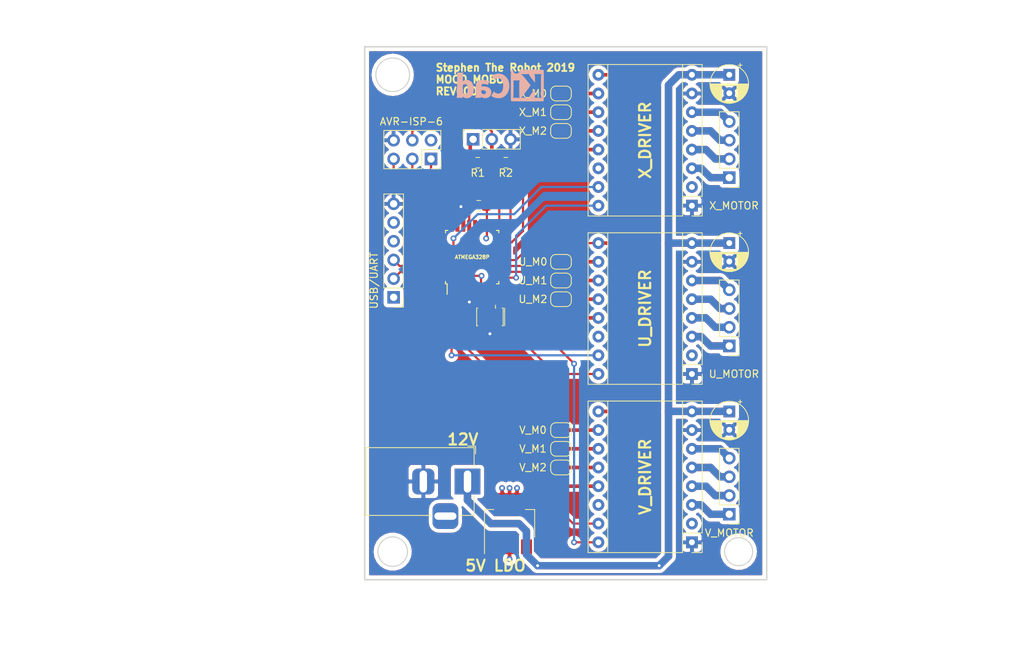
<source format=kicad_pcb>
(kicad_pcb (version 20171130) (host pcbnew "(5.0.2-5-10.14)")
  (layers (0 F.Cu signal) (1 5V power) (2 GND power) (31 B.Cu signal) (34 B.Paste user) (35 F.Paste user) (36 B.SilkS user) (37 F.SilkS user) (38 B.Mask user) (39 F.Mask user) (44 Edge.Cuts user))
  (net 0 "")
  (net 1 GND)
  (net 2 STP_EN)
  (net 3 "Net-(A1-Pad2)")
  (net 4 "Net-(A1-Pad10)")
  (net 5 "Net-(A1-Pad3)")
  (net 6 "Net-(A1-Pad11)")
  (net 7 "Net-(A1-Pad4)")
  (net 8 "Net-(A1-Pad12)")
  (net 9 "Net-(A1-Pad5)")
  (net 10 +5V)
  (net 11 "Net-(A1-Pad6)")
  (net 12 V_STEP)
  (net 13 +12V)
  (net 14 V_DIR)
  (net 15 U_DIR)
  (net 16 U_STEP)
  (net 17 "Net-(A2-Pad6)")
  (net 18 "Net-(A2-Pad5)")
  (net 19 "Net-(A2-Pad12)")
  (net 20 "Net-(A2-Pad4)")
  (net 21 "Net-(A2-Pad11)")
  (net 22 "Net-(A2-Pad3)")
  (net 23 "Net-(A2-Pad10)")
  (net 24 "Net-(A2-Pad2)")
  (net 25 "Net-(A3-Pad2)")
  (net 26 "Net-(A3-Pad10)")
  (net 27 "Net-(A3-Pad3)")
  (net 28 "Net-(A3-Pad11)")
  (net 29 "Net-(A3-Pad4)")
  (net 30 "Net-(A3-Pad12)")
  (net 31 "Net-(A3-Pad5)")
  (net 32 "Net-(A3-Pad6)")
  (net 33 X_STEP)
  (net 34 X_DIR)
  (net 35 RTS)
  (net 36 TX)
  (net 37 RX)
  (net 38 CTS)
  (net 39 MISO)
  (net 40 SCK)
  (net 41 MOSI)
  (net 42 RESET)
  (net 43 "Net-(U2-Pad7)")
  (net 44 "Net-(U2-Pad8)")
  (net 45 "Net-(U2-Pad13)")
  (net 46 "Net-(U2-Pad14)")
  (net 47 "Net-(U2-Pad19)")
  (net 48 "Net-(U2-Pad20)")
  (net 49 "Net-(U2-Pad22)")
  (net 50 "Net-(U2-Pad23)")
  (net 51 "Net-(U2-Pad24)")
  (net 52 "Net-(U2-Pad25)")
  (net 53 "Net-(U2-Pad26)")
  (net 54 SDA)
  (net 55 SCL)
  (module Module:Pololu_Breakout-16_15.2x20.3mm (layer F.Cu) (at 210.82 91.44 180)
    (fp_text reference A1 hide)
    (fp_text value DRV8825_V)
    (pad 1 thru_hole rect (at 0 0 180) (size 1.6 1.6) (drill 0.8) (layers *.Cu *.Mask) (net 1 GND))
    (pad 9 thru_hole oval (at 12.7 17.78 180) (size 1.6 1.6) (drill 0.8) (layers *.Cu *.Mask) (net 2 STP_EN))
    (pad 2 thru_hole oval (at 0 2.54 180) (size 1.6 1.6) (drill 0.8) (layers *.Cu *.Mask) (net 3 "Net-(A1-Pad2)"))
    (pad 10 thru_hole oval (at 12.7 15.24 180) (size 1.6 1.6) (drill 0.8) (layers *.Cu *.Mask) (net 4 "Net-(A1-Pad10)"))
    (pad 3 thru_hole oval (at 0 5.08 180) (size 1.6 1.6) (drill 0.8) (layers *.Cu *.Mask) (net 5 "Net-(A1-Pad3)"))
    (pad 11 thru_hole oval (at 12.7 12.7 180) (size 1.6 1.6) (drill 0.8) (layers *.Cu *.Mask) (net 6 "Net-(A1-Pad11)"))
    (pad 4 thru_hole oval (at 0 7.62 180) (size 1.6 1.6) (drill 0.8) (layers *.Cu *.Mask) (net 7 "Net-(A1-Pad4)"))
    (pad 12 thru_hole oval (at 12.7 10.16 180) (size 1.6 1.6) (drill 0.8) (layers *.Cu *.Mask) (net 8 "Net-(A1-Pad12)"))
    (pad 5 thru_hole oval (at 0 10.16 180) (size 1.6 1.6) (drill 0.8) (layers *.Cu *.Mask) (net 9 "Net-(A1-Pad5)"))
    (pad 13 thru_hole oval (at 12.7 7.62 180) (size 1.6 1.6) (drill 0.8) (layers *.Cu *.Mask) (net 10 +5V))
    (pad 6 thru_hole oval (at 0 12.7 180) (size 1.6 1.6) (drill 0.8) (layers *.Cu *.Mask) (net 11 "Net-(A1-Pad6)"))
    (pad 14 thru_hole oval (at 12.7 5.08 180) (size 1.6 1.6) (drill 0.8) (layers *.Cu *.Mask) (net 10 +5V))
    (pad 7 thru_hole oval (at 0 15.24 180) (size 1.6 1.6) (drill 0.8) (layers *.Cu *.Mask) (net 1 GND))
    (pad 15 thru_hole oval (at 12.7 2.54 180) (size 1.6 1.6) (drill 0.8) (layers *.Cu *.Mask) (net 12 V_STEP))
    (pad 8 thru_hole oval (at 0 17.78 180) (size 1.6 1.6) (drill 0.8) (layers *.Cu *.Mask) (net 13 +12V))
    (pad 16 thru_hole oval (at 12.7 0 180) (size 1.6 1.6) (drill 0.8) (layers *.Cu *.Mask) (net 14 V_DIR))
  )
  (module Module:Pololu_Breakout-16_15.2x20.3mm (layer F.Cu) (at 210.82 68.58 180)
    (fp_text reference A2 hide)
    (fp_text value DRV8825_U)
    (pad 16 thru_hole oval (at 12.7 0 180) (size 1.6 1.6) (drill 0.8) (layers *.Cu *.Mask) (net 15 U_DIR))
    (pad 8 thru_hole oval (at 0 17.78 180) (size 1.6 1.6) (drill 0.8) (layers *.Cu *.Mask) (net 13 +12V))
    (pad 15 thru_hole oval (at 12.7 2.54 180) (size 1.6 1.6) (drill 0.8) (layers *.Cu *.Mask) (net 16 U_STEP))
    (pad 7 thru_hole oval (at 0 15.24 180) (size 1.6 1.6) (drill 0.8) (layers *.Cu *.Mask) (net 1 GND))
    (pad 14 thru_hole oval (at 12.7 5.08 180) (size 1.6 1.6) (drill 0.8) (layers *.Cu *.Mask) (net 10 +5V))
    (pad 6 thru_hole oval (at 0 12.7 180) (size 1.6 1.6) (drill 0.8) (layers *.Cu *.Mask) (net 17 "Net-(A2-Pad6)"))
    (pad 13 thru_hole oval (at 12.7 7.62 180) (size 1.6 1.6) (drill 0.8) (layers *.Cu *.Mask) (net 10 +5V))
    (pad 5 thru_hole oval (at 0 10.16 180) (size 1.6 1.6) (drill 0.8) (layers *.Cu *.Mask) (net 18 "Net-(A2-Pad5)"))
    (pad 12 thru_hole oval (at 12.7 10.16 180) (size 1.6 1.6) (drill 0.8) (layers *.Cu *.Mask) (net 19 "Net-(A2-Pad12)"))
    (pad 4 thru_hole oval (at 0 7.62 180) (size 1.6 1.6) (drill 0.8) (layers *.Cu *.Mask) (net 20 "Net-(A2-Pad4)"))
    (pad 11 thru_hole oval (at 12.7 12.7 180) (size 1.6 1.6) (drill 0.8) (layers *.Cu *.Mask) (net 21 "Net-(A2-Pad11)"))
    (pad 3 thru_hole oval (at 0 5.08 180) (size 1.6 1.6) (drill 0.8) (layers *.Cu *.Mask) (net 22 "Net-(A2-Pad3)"))
    (pad 10 thru_hole oval (at 12.7 15.24 180) (size 1.6 1.6) (drill 0.8) (layers *.Cu *.Mask) (net 23 "Net-(A2-Pad10)"))
    (pad 2 thru_hole oval (at 0 2.54 180) (size 1.6 1.6) (drill 0.8) (layers *.Cu *.Mask) (net 24 "Net-(A2-Pad2)"))
    (pad 9 thru_hole oval (at 12.7 17.78 180) (size 1.6 1.6) (drill 0.8) (layers *.Cu *.Mask) (net 2 STP_EN))
    (pad 1 thru_hole rect (at 0 0 180) (size 1.6 1.6) (drill 0.8) (layers *.Cu *.Mask) (net 1 GND))
  )
  (module Module:Pololu_Breakout-16_15.2x20.3mm (layer F.Cu) (at 210.82 45.72 180)
    (fp_text reference A3 hide)
    (fp_text value DRV8825_X)
    (pad 1 thru_hole rect (at 0 0 180) (size 1.6 1.6) (drill 0.8) (layers *.Cu *.Mask) (net 1 GND))
    (pad 9 thru_hole oval (at 12.7 17.78 180) (size 1.6 1.6) (drill 0.8) (layers *.Cu *.Mask) (net 2 STP_EN))
    (pad 2 thru_hole oval (at 0 2.54 180) (size 1.6 1.6) (drill 0.8) (layers *.Cu *.Mask) (net 25 "Net-(A3-Pad2)"))
    (pad 10 thru_hole oval (at 12.7 15.24 180) (size 1.6 1.6) (drill 0.8) (layers *.Cu *.Mask) (net 26 "Net-(A3-Pad10)"))
    (pad 3 thru_hole oval (at 0 5.08 180) (size 1.6 1.6) (drill 0.8) (layers *.Cu *.Mask) (net 27 "Net-(A3-Pad3)"))
    (pad 11 thru_hole oval (at 12.7 12.7 180) (size 1.6 1.6) (drill 0.8) (layers *.Cu *.Mask) (net 28 "Net-(A3-Pad11)"))
    (pad 4 thru_hole oval (at 0 7.62 180) (size 1.6 1.6) (drill 0.8) (layers *.Cu *.Mask) (net 29 "Net-(A3-Pad4)"))
    (pad 12 thru_hole oval (at 12.7 10.16 180) (size 1.6 1.6) (drill 0.8) (layers *.Cu *.Mask) (net 30 "Net-(A3-Pad12)"))
    (pad 5 thru_hole oval (at 0 10.16 180) (size 1.6 1.6) (drill 0.8) (layers *.Cu *.Mask) (net 31 "Net-(A3-Pad5)"))
    (pad 13 thru_hole oval (at 12.7 7.62 180) (size 1.6 1.6) (drill 0.8) (layers *.Cu *.Mask) (net 10 +5V))
    (pad 6 thru_hole oval (at 0 12.7 180) (size 1.6 1.6) (drill 0.8) (layers *.Cu *.Mask) (net 32 "Net-(A3-Pad6)"))
    (pad 14 thru_hole oval (at 12.7 5.08 180) (size 1.6 1.6) (drill 0.8) (layers *.Cu *.Mask) (net 10 +5V))
    (pad 7 thru_hole oval (at 0 15.24 180) (size 1.6 1.6) (drill 0.8) (layers *.Cu *.Mask) (net 1 GND))
    (pad 15 thru_hole oval (at 12.7 2.54 180) (size 1.6 1.6) (drill 0.8) (layers *.Cu *.Mask) (net 33 X_STEP))
    (pad 8 thru_hole oval (at 0 17.78 180) (size 1.6 1.6) (drill 0.8) (layers *.Cu *.Mask) (net 13 +12V))
    (pad 16 thru_hole oval (at 12.7 0 180) (size 1.6 1.6) (drill 0.8) (layers *.Cu *.Mask) (net 34 X_DIR))
  )
  (module Capacitor_SMD:C_0805_2012Metric_Pad1.15x1.40mm_HandSolder (layer F.Cu) (at 181.864 45.72 180)
    (fp_text reference C1 hide)
    (fp_text value UC_DECOUPLER)
    (pad 1 smd roundrect (at -1.025 0 180) (size 1.15 1.4) (layers F.Cu F.Paste F.Mask) (roundrect_rratio 0.217391) (net 10 +5V))
    (pad 2 smd roundrect (at 1.025 0 180) (size 1.15 1.4) (layers F.Cu F.Paste F.Mask) (roundrect_rratio 0.217391) (net 1 GND))
  )
  (module Capacitor_THT:CP_Radial_D5.0mm_P2.50mm (layer F.Cu) (at 215.9 27.94 270)
    (fp_text reference C2 hide)
    (fp_text value 100uF)
    (pad 1 thru_hole rect (at 0 0 270) (size 1.6 1.6) (drill 0.8) (layers *.Cu *.Mask) (net 13 +12V))
    (pad 2 thru_hole circle (at 2.5 0 270) (size 1.6 1.6) (drill 0.8) (layers *.Cu *.Mask) (net 1 GND))
  )
  (module Capacitor_THT:CP_Radial_D5.0mm_P2.50mm (layer F.Cu) (at 215.9 73.66 270)
    (fp_text reference C3 hide)
    (fp_text value 100uF)
    (pad 2 thru_hole circle (at 2.5 0 270) (size 1.6 1.6) (drill 0.8) (layers *.Cu *.Mask) (net 1 GND))
    (pad 1 thru_hole rect (at 0 0 270) (size 1.6 1.6) (drill 0.8) (layers *.Cu *.Mask) (net 13 +12V))
  )
  (module Capacitor_THT:CP_Radial_D5.0mm_P2.50mm (layer F.Cu) (at 215.9 50.8 270)
    (fp_text reference C4 hide)
    (fp_text value 100uF)
    (pad 1 thru_hole rect (at 0 0 270) (size 1.6 1.6) (drill 0.8) (layers *.Cu *.Mask) (net 13 +12V))
    (pad 2 thru_hole circle (at 2.5 0 270) (size 1.6 1.6) (drill 0.8) (layers *.Cu *.Mask) (net 1 GND))
  )
  (module Connector_PinHeader_2.54mm:PinHeader_1x06_P2.54mm_Vertical (layer F.Cu) (at 170.307 58.166 180)
    (fp_text reference J1 hide)
    (fp_text value USB/UART (at 2.667 2.286 270) (layer F.SilkS))
    (pad 1 thru_hole rect (at 0 0 180) (size 1.7 1.7) (drill 1) (layers *.Cu *.Mask) (net 35 RTS))
    (pad 2 thru_hole oval (at 0 2.54 180) (size 1.7 1.7) (drill 1) (layers *.Cu *.Mask) (net 36 TX))
    (pad 3 thru_hole oval (at 0 5.08 180) (size 1.7 1.7) (drill 1) (layers *.Cu *.Mask) (net 37 RX))
    (pad 4 thru_hole oval (at 0 7.62 180) (size 1.7 1.7) (drill 1) (layers *.Cu *.Mask) (net 10 +5V))
    (pad 5 thru_hole oval (at 0 10.16 180) (size 1.7 1.7) (drill 1) (layers *.Cu *.Mask) (net 38 CTS))
    (pad 6 thru_hole oval (at 0 12.7 180) (size 1.7 1.7) (drill 1) (layers *.Cu *.Mask) (net 1 GND))
  )
  (module Connector_BarrelJack:BarrelJack_Horizontal (layer F.Cu) (at 180.34 83.185)
    (fp_text reference J2 hide)
    (fp_text value Jack-DC)
    (pad 1 thru_hole rect (at 0 0) (size 3.5 3.5) (drill oval 1 3) (layers *.Cu *.Mask) (net 13 +12V))
    (pad 2 thru_hole roundrect (at -6 0) (size 3 3.5) (drill oval 1 3) (layers *.Cu *.Mask) (net 1 GND))
    (pad 3 thru_hole roundrect (at -3 4.7) (size 3.5 3.5) (drill oval 3 1) (layers *.Cu *.Mask))
  )
  (module Connector_PinSocket_2.54mm:PinSocket_2x03_P2.54mm_Vertical (layer F.Cu) (at 175.387 39.37 270)
    (fp_text reference J3 hide)
    (fp_text value AVR-ISP-6 (at -5.08 2.667) (layer F.SilkS))
    (pad 1 thru_hole rect (at 0 0 270) (size 1.7 1.7) (drill 1) (layers *.Cu *.Mask) (net 39 MISO))
    (pad 2 thru_hole oval (at -2.54 0 270) (size 1.7 1.7) (drill 1) (layers *.Cu *.Mask) (net 10 +5V))
    (pad 3 thru_hole oval (at 0 2.54 270) (size 1.7 1.7) (drill 1) (layers *.Cu *.Mask) (net 40 SCK))
    (pad 4 thru_hole oval (at -2.54 2.54 270) (size 1.7 1.7) (drill 1) (layers *.Cu *.Mask) (net 41 MOSI))
    (pad 5 thru_hole oval (at 0 5.08 270) (size 1.7 1.7) (drill 1) (layers *.Cu *.Mask) (net 42 RESET))
    (pad 6 thru_hole oval (at -2.54 5.08 270) (size 1.7 1.7) (drill 1) (layers *.Cu *.Mask) (net 1 GND))
  )
  (module Connector_PinSocket_2.54mm:PinSocket_1x03_P2.54mm_Vertical (layer F.Cu) (at 181.102 36.703 90)
    (fp_text reference J4 hide)
    (fp_text value SHUTTER_CONTROL)
    (pad 1 thru_hole rect (at 0 0 90) (size 1.7 1.7) (drill 1) (layers *.Cu *.Mask) (net 10 +5V))
    (pad 2 thru_hole oval (at 0 2.54 90) (size 1.7 1.7) (drill 1) (layers *.Cu *.Mask) (net 41 MOSI))
    (pad 3 thru_hole oval (at 0 5.08 90) (size 1.7 1.7) (drill 1) (layers *.Cu *.Mask) (net 1 GND))
  )
  (module Jumper:SolderJumper-2_P1.3mm_Open_RoundedPad1.0x1.5mm (layer F.Cu) (at 193.04 76.2)
    (fp_text reference JP1 hide)
    (fp_text value V_M0 (at -3.81 0) (layer F.SilkS))
    (pad 1 smd custom (at -0.65 0) (size 1 0.5) (layers F.Cu F.Mask) (net 10 +5V) (options (clearance outline) (anchor rect)) (primitives (gr_circle (center 0 0.25) (end 0.5 0.25) (width 0)) (gr_circle (center 0 -0.25) (end 0.5 -0.25) (width 0)) (gr_poly (pts (xy 0 -0.75) (xy 0.5 -0.75) (xy 0.5 0.75) (xy 0 0.75)) (width 0))))
    (pad 2 smd custom (at 0.65 0) (size 1 0.5) (layers F.Cu F.Mask) (net 4 "Net-(A1-Pad10)") (options (clearance outline) (anchor rect)) (primitives (gr_circle (center 0 0.25) (end 0.5 0.25) (width 0)) (gr_circle (center 0 -0.25) (end 0.5 -0.25) (width 0)) (gr_poly (pts (xy 0 -0.75) (xy -0.5 -0.75) (xy -0.5 0.75) (xy 0 0.75)) (width 0))))
  )
  (module Jumper:SolderJumper-2_P1.3mm_Open_RoundedPad1.0x1.5mm (layer F.Cu) (at 193.04 53.34)
    (fp_text reference JP2 hide)
    (fp_text value U_M0 (at -3.81 0) (layer F.SilkS))
    (pad 2 smd custom (at 0.65 0) (size 1 0.5) (layers F.Cu F.Mask) (net 23 "Net-(A2-Pad10)") (options (clearance outline) (anchor rect)) (primitives (gr_circle (center 0 0.25) (end 0.5 0.25) (width 0)) (gr_circle (center 0 -0.25) (end 0.5 -0.25) (width 0)) (gr_poly (pts (xy 0 -0.75) (xy -0.5 -0.75) (xy -0.5 0.75) (xy 0 0.75)) (width 0))))
    (pad 1 smd custom (at -0.65 0) (size 1 0.5) (layers F.Cu F.Mask) (net 10 +5V) (options (clearance outline) (anchor rect)) (primitives (gr_circle (center 0 0.25) (end 0.5 0.25) (width 0)) (gr_circle (center 0 -0.25) (end 0.5 -0.25) (width 0)) (gr_poly (pts (xy 0 -0.75) (xy 0.5 -0.75) (xy 0.5 0.75) (xy 0 0.75)) (width 0))))
  )
  (module Jumper:SolderJumper-2_P1.3mm_Open_RoundedPad1.0x1.5mm (layer F.Cu) (at 193.04 30.48)
    (fp_text reference JP3 hide)
    (fp_text value X_M0 (at -3.81 0) (layer F.SilkS))
    (pad 1 smd custom (at -0.65 0) (size 1 0.5) (layers F.Cu F.Mask) (net 10 +5V) (options (clearance outline) (anchor rect)) (primitives (gr_circle (center 0 0.25) (end 0.5 0.25) (width 0)) (gr_circle (center 0 -0.25) (end 0.5 -0.25) (width 0)) (gr_poly (pts (xy 0 -0.75) (xy 0.5 -0.75) (xy 0.5 0.75) (xy 0 0.75)) (width 0))))
    (pad 2 smd custom (at 0.65 0) (size 1 0.5) (layers F.Cu F.Mask) (net 26 "Net-(A3-Pad10)") (options (clearance outline) (anchor rect)) (primitives (gr_circle (center 0 0.25) (end 0.5 0.25) (width 0)) (gr_circle (center 0 -0.25) (end 0.5 -0.25) (width 0)) (gr_poly (pts (xy 0 -0.75) (xy -0.5 -0.75) (xy -0.5 0.75) (xy 0 0.75)) (width 0))))
  )
  (module Jumper:SolderJumper-2_P1.3mm_Open_RoundedPad1.0x1.5mm (layer F.Cu) (at 193.04 78.74)
    (fp_text reference JP4 hide)
    (fp_text value V_M1 (at -3.81 0) (layer F.SilkS))
    (pad 2 smd custom (at 0.65 0) (size 1 0.5) (layers F.Cu F.Mask) (net 6 "Net-(A1-Pad11)") (options (clearance outline) (anchor rect)) (primitives (gr_circle (center 0 0.25) (end 0.5 0.25) (width 0)) (gr_circle (center 0 -0.25) (end 0.5 -0.25) (width 0)) (gr_poly (pts (xy 0 -0.75) (xy -0.5 -0.75) (xy -0.5 0.75) (xy 0 0.75)) (width 0))))
    (pad 1 smd custom (at -0.65 0) (size 1 0.5) (layers F.Cu F.Mask) (net 10 +5V) (options (clearance outline) (anchor rect)) (primitives (gr_circle (center 0 0.25) (end 0.5 0.25) (width 0)) (gr_circle (center 0 -0.25) (end 0.5 -0.25) (width 0)) (gr_poly (pts (xy 0 -0.75) (xy 0.5 -0.75) (xy 0.5 0.75) (xy 0 0.75)) (width 0))))
  )
  (module Jumper:SolderJumper-2_P1.3mm_Open_RoundedPad1.0x1.5mm (layer F.Cu) (at 193.04 55.88)
    (fp_text reference JP5 hide)
    (fp_text value U_M1 (at -3.81 0) (layer F.SilkS))
    (pad 1 smd custom (at -0.65 0) (size 1 0.5) (layers F.Cu F.Mask) (net 10 +5V) (options (clearance outline) (anchor rect)) (primitives (gr_circle (center 0 0.25) (end 0.5 0.25) (width 0)) (gr_circle (center 0 -0.25) (end 0.5 -0.25) (width 0)) (gr_poly (pts (xy 0 -0.75) (xy 0.5 -0.75) (xy 0.5 0.75) (xy 0 0.75)) (width 0))))
    (pad 2 smd custom (at 0.65 0) (size 1 0.5) (layers F.Cu F.Mask) (net 21 "Net-(A2-Pad11)") (options (clearance outline) (anchor rect)) (primitives (gr_circle (center 0 0.25) (end 0.5 0.25) (width 0)) (gr_circle (center 0 -0.25) (end 0.5 -0.25) (width 0)) (gr_poly (pts (xy 0 -0.75) (xy -0.5 -0.75) (xy -0.5 0.75) (xy 0 0.75)) (width 0))))
  )
  (module Jumper:SolderJumper-2_P1.3mm_Open_RoundedPad1.0x1.5mm (layer F.Cu) (at 193.04 33.02)
    (fp_text reference JP6 hide)
    (fp_text value X_M1 (at -3.81 0) (layer F.SilkS))
    (pad 2 smd custom (at 0.65 0) (size 1 0.5) (layers F.Cu F.Mask) (net 28 "Net-(A3-Pad11)") (options (clearance outline) (anchor rect)) (primitives (gr_circle (center 0 0.25) (end 0.5 0.25) (width 0)) (gr_circle (center 0 -0.25) (end 0.5 -0.25) (width 0)) (gr_poly (pts (xy 0 -0.75) (xy -0.5 -0.75) (xy -0.5 0.75) (xy 0 0.75)) (width 0))))
    (pad 1 smd custom (at -0.65 0) (size 1 0.5) (layers F.Cu F.Mask) (net 10 +5V) (options (clearance outline) (anchor rect)) (primitives (gr_circle (center 0 0.25) (end 0.5 0.25) (width 0)) (gr_circle (center 0 -0.25) (end 0.5 -0.25) (width 0)) (gr_poly (pts (xy 0 -0.75) (xy 0.5 -0.75) (xy 0.5 0.75) (xy 0 0.75)) (width 0))))
  )
  (module Jumper:SolderJumper-2_P1.3mm_Open_RoundedPad1.0x1.5mm (layer F.Cu) (at 193.04 81.28)
    (fp_text reference JP7 hide)
    (fp_text value V_M2 (at -3.81 0) (layer F.SilkS))
    (pad 1 smd custom (at -0.65 0) (size 1 0.5) (layers F.Cu F.Mask) (net 10 +5V) (options (clearance outline) (anchor rect)) (primitives (gr_circle (center 0 0.25) (end 0.5 0.25) (width 0)) (gr_circle (center 0 -0.25) (end 0.5 -0.25) (width 0)) (gr_poly (pts (xy 0 -0.75) (xy 0.5 -0.75) (xy 0.5 0.75) (xy 0 0.75)) (width 0))))
    (pad 2 smd custom (at 0.65 0) (size 1 0.5) (layers F.Cu F.Mask) (net 8 "Net-(A1-Pad12)") (options (clearance outline) (anchor rect)) (primitives (gr_circle (center 0 0.25) (end 0.5 0.25) (width 0)) (gr_circle (center 0 -0.25) (end 0.5 -0.25) (width 0)) (gr_poly (pts (xy 0 -0.75) (xy -0.5 -0.75) (xy -0.5 0.75) (xy 0 0.75)) (width 0))))
  )
  (module Jumper:SolderJumper-2_P1.3mm_Open_RoundedPad1.0x1.5mm (layer F.Cu) (at 193.04 58.42)
    (fp_text reference JP8 hide)
    (fp_text value U_M2 (at -3.81 0) (layer F.SilkS))
    (pad 2 smd custom (at 0.65 0) (size 1 0.5) (layers F.Cu F.Mask) (net 19 "Net-(A2-Pad12)") (options (clearance outline) (anchor rect)) (primitives (gr_circle (center 0 0.25) (end 0.5 0.25) (width 0)) (gr_circle (center 0 -0.25) (end 0.5 -0.25) (width 0)) (gr_poly (pts (xy 0 -0.75) (xy -0.5 -0.75) (xy -0.5 0.75) (xy 0 0.75)) (width 0))))
    (pad 1 smd custom (at -0.65 0) (size 1 0.5) (layers F.Cu F.Mask) (net 10 +5V) (options (clearance outline) (anchor rect)) (primitives (gr_circle (center 0 0.25) (end 0.5 0.25) (width 0)) (gr_circle (center 0 -0.25) (end 0.5 -0.25) (width 0)) (gr_poly (pts (xy 0 -0.75) (xy 0.5 -0.75) (xy 0.5 0.75) (xy 0 0.75)) (width 0))))
  )
  (module Jumper:SolderJumper-2_P1.3mm_Open_RoundedPad1.0x1.5mm (layer F.Cu) (at 193.04 35.56)
    (fp_text reference JP9 hide)
    (fp_text value X_M2 (at -3.81 0) (layer F.SilkS))
    (pad 1 smd custom (at -0.65 0) (size 1 0.5) (layers F.Cu F.Mask) (net 10 +5V) (options (clearance outline) (anchor rect)) (primitives (gr_circle (center 0 0.25) (end 0.5 0.25) (width 0)) (gr_circle (center 0 -0.25) (end 0.5 -0.25) (width 0)) (gr_poly (pts (xy 0 -0.75) (xy 0.5 -0.75) (xy 0.5 0.75) (xy 0 0.75)) (width 0))))
    (pad 2 smd custom (at 0.65 0) (size 1 0.5) (layers F.Cu F.Mask) (net 30 "Net-(A3-Pad12)") (options (clearance outline) (anchor rect)) (primitives (gr_circle (center 0 0.25) (end 0.5 0.25) (width 0)) (gr_circle (center 0 -0.25) (end 0.5 -0.25) (width 0)) (gr_poly (pts (xy 0 -0.75) (xy -0.5 -0.75) (xy -0.5 0.75) (xy 0 0.75)) (width 0))))
  )
  (module Resistor_SMD:R_0805_2012Metric_Pad1.15x1.40mm_HandSolder (layer F.Cu) (at 181.737 39.878)
    (fp_text reference R1 (at 0 1.397) (layer F.SilkS))
    (fp_text value R_Small)
    (pad 2 smd roundrect (at 1.025 0) (size 1.15 1.4) (layers F.Cu F.Paste F.Mask) (roundrect_rratio 0.217391) (net 41 MOSI))
    (pad 1 smd roundrect (at -1.025 0) (size 1.15 1.4) (layers F.Cu F.Paste F.Mask) (roundrect_rratio 0.217391) (net 10 +5V))
  )
  (module Resistor_SMD:R_0805_2012Metric_Pad1.15x1.40mm_HandSolder (layer F.Cu) (at 185.547 39.878 180)
    (fp_text reference R2 (at 0 -1.397 180) (layer F.SilkS))
    (fp_text value R_Small)
    (pad 1 smd roundrect (at -1.025 0 180) (size 1.15 1.4) (layers F.Cu F.Paste F.Mask) (roundrect_rratio 0.217391) (net 1 GND))
    (pad 2 smd roundrect (at 1.025 0 180) (size 1.15 1.4) (layers F.Cu F.Paste F.Mask) (roundrect_rratio 0.217391) (net 41 MOSI))
  )
  (module Package_TO_SOT_SMD:SOT-223-3_TabPin2 (layer F.Cu) (at 186.055 88.9 90)
    (fp_text reference U1 hide)
    (fp_text value NCP1117-5.0_SOT223)
    (pad 2 smd rect (at 3.15 0 90) (size 2 3.8) (layers F.Cu F.Paste F.Mask) (net 10 +5V))
    (pad 2 smd rect (at -3.15 0 90) (size 2 1.5) (layers F.Cu F.Paste F.Mask) (net 10 +5V))
    (pad 3 smd rect (at -3.15 2.3 90) (size 2 1.5) (layers F.Cu F.Paste F.Mask) (net 13 +12V))
    (pad 1 smd rect (at -3.15 -2.3 90) (size 2 1.5) (layers F.Cu F.Paste F.Mask) (net 1 GND))
  )
  (module Package_QFP:TQFP-32_7x7mm_P0.8mm (layer F.Cu) (at 180.975 52.705 90)
    (fp_text reference U2 hide)
    (fp_text value ATmega328P-AU)
    (pad 1 smd rect (at -4.25 -2.8 90) (size 1.6 0.55) (layers F.Cu F.Paste F.Mask) (net 16 U_STEP))
    (pad 2 smd rect (at -4.25 -2 90) (size 1.6 0.55) (layers F.Cu F.Paste F.Mask) (net 12 V_STEP))
    (pad 3 smd rect (at -4.25 -1.2 90) (size 1.6 0.55) (layers F.Cu F.Paste F.Mask) (net 1 GND))
    (pad 4 smd rect (at -4.25 -0.4 90) (size 1.6 0.55) (layers F.Cu F.Paste F.Mask) (net 10 +5V))
    (pad 5 smd rect (at -4.25 0.4 90) (size 1.6 0.55) (layers F.Cu F.Paste F.Mask) (net 1 GND))
    (pad 6 smd rect (at -4.25 1.2 90) (size 1.6 0.55) (layers F.Cu F.Paste F.Mask) (net 10 +5V))
    (pad 7 smd rect (at -4.25 2 90) (size 1.6 0.55) (layers F.Cu F.Paste F.Mask) (net 43 "Net-(U2-Pad7)"))
    (pad 8 smd rect (at -4.25 2.8 90) (size 1.6 0.55) (layers F.Cu F.Paste F.Mask) (net 44 "Net-(U2-Pad8)"))
    (pad 9 smd rect (at -2.8 4.25 180) (size 1.6 0.55) (layers F.Cu F.Paste F.Mask) (net 34 X_DIR))
    (pad 10 smd rect (at -2 4.25 180) (size 1.6 0.55) (layers F.Cu F.Paste F.Mask) (net 15 U_DIR))
    (pad 11 smd rect (at -1.2 4.25 180) (size 1.6 0.55) (layers F.Cu F.Paste F.Mask) (net 14 V_DIR))
    (pad 12 smd rect (at -0.4 4.25 180) (size 1.6 0.55) (layers F.Cu F.Paste F.Mask) (net 2 STP_EN))
    (pad 13 smd rect (at 0.4 4.25 180) (size 1.6 0.55) (layers F.Cu F.Paste F.Mask) (net 45 "Net-(U2-Pad13)"))
    (pad 14 smd rect (at 1.2 4.25 180) (size 1.6 0.55) (layers F.Cu F.Paste F.Mask) (net 46 "Net-(U2-Pad14)"))
    (pad 15 smd rect (at 2 4.25 180) (size 1.6 0.55) (layers F.Cu F.Paste F.Mask) (net 41 MOSI))
    (pad 16 smd rect (at 2.8 4.25 180) (size 1.6 0.55) (layers F.Cu F.Paste F.Mask) (net 39 MISO))
    (pad 17 smd rect (at 4.25 2.8 90) (size 1.6 0.55) (layers F.Cu F.Paste F.Mask) (net 40 SCK))
    (pad 18 smd rect (at 4.25 2 90) (size 1.6 0.55) (layers F.Cu F.Paste F.Mask) (net 10 +5V))
    (pad 19 smd rect (at 4.25 1.2 90) (size 1.6 0.55) (layers F.Cu F.Paste F.Mask) (net 47 "Net-(U2-Pad19)"))
    (pad 20 smd rect (at 4.25 0.4 90) (size 1.6 0.55) (layers F.Cu F.Paste F.Mask) (net 48 "Net-(U2-Pad20)"))
    (pad 21 smd rect (at 4.25 -0.4 90) (size 1.6 0.55) (layers F.Cu F.Paste F.Mask) (net 1 GND))
    (pad 22 smd rect (at 4.25 -1.2 90) (size 1.6 0.55) (layers F.Cu F.Paste F.Mask) (net 49 "Net-(U2-Pad22)"))
    (pad 23 smd rect (at 4.25 -2 90) (size 1.6 0.55) (layers F.Cu F.Paste F.Mask) (net 50 "Net-(U2-Pad23)"))
    (pad 24 smd rect (at 4.25 -2.8 90) (size 1.6 0.55) (layers F.Cu F.Paste F.Mask) (net 51 "Net-(U2-Pad24)"))
    (pad 25 smd rect (at 2.8 -4.25 180) (size 1.6 0.55) (layers F.Cu F.Paste F.Mask) (net 52 "Net-(U2-Pad25)"))
    (pad 26 smd rect (at 2 -4.25 180) (size 1.6 0.55) (layers F.Cu F.Paste F.Mask) (net 53 "Net-(U2-Pad26)"))
    (pad 27 smd rect (at 1.2 -4.25 180) (size 1.6 0.55) (layers F.Cu F.Paste F.Mask) (net 54 SDA))
    (pad 28 smd rect (at 0.4 -4.25 180) (size 1.6 0.55) (layers F.Cu F.Paste F.Mask) (net 55 SCL))
    (pad 29 smd rect (at -0.4 -4.25 180) (size 1.6 0.55) (layers F.Cu F.Paste F.Mask) (net 42 RESET))
    (pad 30 smd rect (at -1.2 -4.25 180) (size 1.6 0.55) (layers F.Cu F.Paste F.Mask) (net 37 RX))
    (pad 31 smd rect (at -2 -4.25 180) (size 1.6 0.55) (layers F.Cu F.Paste F.Mask) (net 36 TX))
    (pad 32 smd rect (at -2.8 -4.25 180) (size 1.6 0.55) (layers F.Cu F.Paste F.Mask) (net 33 X_STEP))
  )
  (module Crystal:Resonator_SMD_muRata_CSTxExxV-3Pin_3.0x1.1mm_HandSoldering (layer F.Cu) (at 183.388 60.833 180)
    (fp_text reference Y1 hide)
    (fp_text value Resonator)
    (pad 1 smd rect (at -1.2 0 180) (size 0.4 3.2) (layers F.Cu F.Paste F.Mask) (net 44 "Net-(U2-Pad8)"))
    (pad 2 smd rect (at 0 0 180) (size 0.4 3.2) (layers F.Cu F.Paste F.Mask) (net 1 GND))
    (pad 3 smd rect (at 1.2 0 180) (size 0.4 3.2) (layers F.Cu F.Paste F.Mask) (net 43 "Net-(U2-Pad7)"))
  )
  (module stephen:stephenEmblem (layer F.Cu) (at 174.625 69.215)
    (fp_text reference G*** hide)
    (fp_text value LOGO hide)
  )
  (module Symbol:Symbol_KiCAD-Logo_CopperAndSilkScreenTop (layer B.Cu) (at 184.785 29.21 180)
    (fp_text reference REF** hide)
    (fp_text value "KiCAD Logo" hide)
  )
  (module Connector_PinHeader_2.54mm:PinHeader_1x04_P2.54mm_Vertical (layer F.Cu) (at 215.9 87.63 180)
    (fp_text reference J5 hide)
    (fp_text value V_MOTOR (at 0 -2.54 180) (layer F.SilkS))
    (pad 1 thru_hole rect (at 0 0 180) (size 1.7 1.7) (drill 1) (layers *.Cu *.Mask) (net 5 "Net-(A1-Pad3)"))
    (pad 2 thru_hole oval (at 0 2.54 180) (size 1.7 1.7) (drill 1) (layers *.Cu *.Mask) (net 7 "Net-(A1-Pad4)"))
    (pad 3 thru_hole oval (at 0 5.08 180) (size 1.7 1.7) (drill 1) (layers *.Cu *.Mask) (net 9 "Net-(A1-Pad5)"))
    (pad 4 thru_hole oval (at 0 7.62 180) (size 1.7 1.7) (drill 1) (layers *.Cu *.Mask) (net 11 "Net-(A1-Pad6)"))
  )
  (module Connector_PinHeader_2.54mm:PinHeader_1x04_P2.54mm_Vertical (layer F.Cu) (at 215.9 64.77 180)
    (fp_text reference J6 hide)
    (fp_text value U_MOTOR (at -0.635 -3.81 180) (layer F.SilkS))
    (pad 4 thru_hole oval (at 0 7.62 180) (size 1.7 1.7) (drill 1) (layers *.Cu *.Mask) (net 17 "Net-(A2-Pad6)"))
    (pad 3 thru_hole oval (at 0 5.08 180) (size 1.7 1.7) (drill 1) (layers *.Cu *.Mask) (net 18 "Net-(A2-Pad5)"))
    (pad 2 thru_hole oval (at 0 2.54 180) (size 1.7 1.7) (drill 1) (layers *.Cu *.Mask) (net 20 "Net-(A2-Pad4)"))
    (pad 1 thru_hole rect (at 0 0 180) (size 1.7 1.7) (drill 1) (layers *.Cu *.Mask) (net 22 "Net-(A2-Pad3)"))
  )
  (module Connector_PinHeader_2.54mm:PinHeader_1x04_P2.54mm_Vertical (layer F.Cu) (at 215.9 41.91 180)
    (fp_text reference J7 hide)
    (fp_text value X_MOTOR (at -0.635 -3.81 180) (layer F.SilkS))
    (pad 1 thru_hole rect (at 0 0 180) (size 1.7 1.7) (drill 1) (layers *.Cu *.Mask) (net 27 "Net-(A3-Pad3)"))
    (pad 2 thru_hole oval (at 0 2.54 180) (size 1.7 1.7) (drill 1) (layers *.Cu *.Mask) (net 29 "Net-(A3-Pad4)"))
    (pad 3 thru_hole oval (at 0 5.08 180) (size 1.7 1.7) (drill 1) (layers *.Cu *.Mask) (net 31 "Net-(A3-Pad5)"))
    (pad 4 thru_hole oval (at 0 7.62 180) (size 1.7 1.7) (drill 1) (layers *.Cu *.Mask) (net 32 "Net-(A3-Pad6)"))
  )
  (gr_text ATMEGA328P (at 180.975 52.705) (layer F.SilkS) (effects (font (size 0.5 0.5) (thickness 0.125))))
  (gr_text "5V LDO" (at 184.15 94.615) (layer F.SilkS) (effects (font (size 1.5 1.5) (thickness 0.3))))
  (gr_text 12V (at 179.705 77.47) (layer F.SilkS) (effects (font (size 1.5 1.5) (thickness 0.3))))
  (gr_text "Stephen The Robot 2019\nMOCO MOBO\nREV000" (at 175.895 28.575) (layer F.SilkS) (effects (font (size 1 1) (thickness 0.25)) (justify left)))
  (gr_text V_DRIVER (at 204.47 82.55 90) (layer F.SilkS) (effects (font (size 1.5 1.5) (thickness 0.3))))
  (gr_text U_DRIVER (at 204.47 59.69 90) (layer F.SilkS) (effects (font (size 1.5 1.5) (thickness 0.3))))
  (gr_text X_DRIVER (at 204.47 36.83 90) (layer F.SilkS) (effects (font (size 1.5 1.5) (thickness 0.3))))
  (gr_circle (center 170.18 27.94) (end 168.275 26.67) (layer Edge.Cuts) (width 0.15))
  (gr_circle (center 170.18 92.71) (end 168.275 93.345) (layer Edge.Cuts) (width 0.15))
  (gr_circle (center 217.17 92.71) (end 219.075 92.71) (layer Edge.Cuts) (width 0.15))
  (gr_line (start 166.37 24.13) (end 220.98 24.13) (layer Edge.Cuts) (width 0.2))
  (gr_line (start 166.37 96.52) (end 166.37 24.13) (layer Edge.Cuts) (width 0.2))
  (gr_line (start 167.64 96.52) (end 166.37 96.52) (layer Edge.Cuts) (width 0.2))
  (gr_line (start 220.98 96.52) (end 167.64 96.52) (layer Edge.Cuts) (width 0.2))
  (gr_line (start 220.98 24.13) (end 220.98 96.52) (layer Edge.Cuts) (width 0.2))
  (via (at 180.594 58.801) (size 0.8) (drill 0.4) (layers F.Cu B.Cu) (net 1))
  (segment (start 181.375 58.02) (end 180.594 58.801) (width 0.3) (layer F.Cu) (net 1))
  (segment (start 181.375 56.955) (end 181.375 58.02) (width 0.3) (layer F.Cu) (net 1))
  (segment (start 179.775 57.982) (end 180.594 58.801) (width 0.3) (layer F.Cu) (net 1))
  (segment (start 179.775 56.955) (end 179.775 57.982) (width 0.3) (layer F.Cu) (net 1))
  (via (at 183.388 63.119) (size 0.8) (drill 0.4) (layers F.Cu B.Cu) (net 1))
  (segment (start 183.388 60.833) (end 183.388 63.119) (width 0.3) (layer F.Cu) (net 1))
  (segment (start 180.575 45.984) (end 180.575 48.455) (width 0.3) (layer F.Cu) (net 1))
  (segment (start 180.839 45.72) (end 180.575 45.984) (width 0.3) (layer F.Cu) (net 1))
  (via (at 179.451 45.847) (size 0.8) (drill 0.4) (layers F.Cu B.Cu) (net 1))
  (segment (start 179.578 45.72) (end 179.451 45.847) (width 0.3) (layer F.Cu) (net 1))
  (segment (start 180.839 45.72) (end 179.578 45.72) (width 0.3) (layer F.Cu) (net 1))
  (segment (start 198.12 27.94) (end 200.025 27.94) (width 0.5) (layer F.Cu) (net 2))
  (segment (start 200.025 27.94) (end 201.295 29.21) (width 0.5) (layer F.Cu) (net 2))
  (segment (start 198.12 50.8) (end 201.295 50.8) (width 0.5) (layer F.Cu) (net 2))
  (segment (start 201.295 29.21) (end 201.295 50.8) (width 0.5) (layer F.Cu) (net 2))
  (segment (start 200.025 73.66) (end 201.295 72.39) (width 0.5) (layer F.Cu) (net 2))
  (segment (start 201.295 50.8) (end 201.295 72.39) (width 0.5) (layer F.Cu) (net 2))
  (segment (start 200.025 73.66) (end 198.12 73.66) (width 0.5) (layer F.Cu) (net 2))
  (segment (start 185.225 53.105) (end 186.925 53.105) (width 0.3) (layer F.Cu) (net 2))
  (segment (start 186.925 53.105) (end 189.23 50.8) (width 0.3) (layer F.Cu) (net 2))
  (segment (start 189.23 50.8) (end 198.12 50.8) (width 0.3) (layer F.Cu) (net 2))
  (segment (start 193.69 76.2) (end 198.12 76.2) (width 0.5) (layer F.Cu) (net 4))
  (segment (start 215.9 87.63) (end 213.36 87.63) (width 1) (layer F.Cu) (net 5))
  (segment (start 213.36 87.63) (end 212.09 86.36) (width 1) (layer F.Cu) (net 5))
  (segment (start 212.09 86.36) (end 210.82 86.36) (width 1) (layer F.Cu) (net 5))
  (segment (start 215.9 87.63) (end 213.36 87.63) (width 1) (layer B.Cu) (net 5))
  (segment (start 213.36 87.63) (end 212.09 86.36) (width 1) (layer B.Cu) (net 5))
  (segment (start 212.09 86.36) (end 210.82 86.36) (width 1) (layer B.Cu) (net 5))
  (segment (start 193.69 78.74) (end 198.12 78.74) (width 0.5) (layer F.Cu) (net 6))
  (segment (start 215.9 85.09) (end 213.995 85.09) (width 1) (layer F.Cu) (net 7))
  (segment (start 213.995 85.09) (end 212.725 83.82) (width 1) (layer F.Cu) (net 7))
  (segment (start 212.725 83.82) (end 210.82 83.82) (width 1) (layer F.Cu) (net 7))
  (segment (start 215.9 85.09) (end 213.995 85.09) (width 1) (layer B.Cu) (net 7))
  (segment (start 213.995 85.09) (end 212.725 83.82) (width 1) (layer B.Cu) (net 7))
  (segment (start 212.725 83.82) (end 210.82 83.82) (width 1) (layer B.Cu) (net 7))
  (segment (start 193.69 81.28) (end 198.12 81.28) (width 0.5) (layer F.Cu) (net 8))
  (segment (start 215.9 82.55) (end 214.63 82.55) (width 1) (layer F.Cu) (net 9))
  (segment (start 214.63 82.55) (end 213.36 81.28) (width 1) (layer F.Cu) (net 9))
  (segment (start 213.36 81.28) (end 210.82 81.28) (width 1) (layer F.Cu) (net 9))
  (segment (start 215.9 82.55) (end 214.63 82.55) (width 1) (layer B.Cu) (net 9))
  (segment (start 214.63 82.55) (end 213.36 81.28) (width 1) (layer B.Cu) (net 9))
  (segment (start 213.36 81.28) (end 210.82 81.28) (width 1) (layer B.Cu) (net 9))
  (segment (start 192.39 76.2) (end 192.39 78.74) (width 0.5) (layer F.Cu) (net 10))
  (segment (start 192.39 78.74) (end 192.39 81.28) (width 0.5) (layer F.Cu) (net 10))
  (segment (start 192.39 81.28) (end 192.39 83.17) (width 0.5) (layer F.Cu) (net 10))
  (segment (start 193.04 83.82) (end 198.12 83.82) (width 0.5) (layer F.Cu) (net 10))
  (segment (start 192.39 83.17) (end 193.04 83.82) (width 0.5) (layer F.Cu) (net 10))
  (segment (start 192.39 53.34) (end 192.39 55.88) (width 0.5) (layer F.Cu) (net 10))
  (segment (start 192.39 55.88) (end 192.39 58.42) (width 0.5) (layer F.Cu) (net 10))
  (segment (start 192.39 58.42) (end 192.39 59.675) (width 0.5) (layer F.Cu) (net 10))
  (segment (start 192.39 59.675) (end 192.405 59.69) (width 0.5) (layer F.Cu) (net 10))
  (segment (start 192.405 59.69) (end 192.405 60.325) (width 0.5) (layer F.Cu) (net 10))
  (segment (start 192.405 60.325) (end 193.04 60.96) (width 0.5) (layer F.Cu) (net 10))
  (segment (start 193.04 60.96) (end 198.12 60.96) (width 0.5) (layer F.Cu) (net 10))
  (segment (start 192.39 30.48) (end 192.39 33.02) (width 0.5) (layer F.Cu) (net 10))
  (segment (start 192.39 33.02) (end 192.39 35.56) (width 0.5) (layer F.Cu) (net 10))
  (segment (start 192.39 35.56) (end 192.39 37.45) (width 0.5) (layer F.Cu) (net 10))
  (segment (start 192.39 37.45) (end 193.04 38.1) (width 0.5) (layer F.Cu) (net 10))
  (segment (start 193.04 38.1) (end 198.12 38.1) (width 0.5) (layer F.Cu) (net 10))
  (segment (start 180.712 37.093) (end 181.102 36.703) (width 0.5) (layer F.Cu) (net 10))
  (segment (start 180.712 39.878) (end 180.712 37.093) (width 0.5) (layer F.Cu) (net 10))
  (segment (start 182.975 45.806) (end 182.889 45.72) (width 0.3) (layer F.Cu) (net 10))
  (segment (start 182.975 48.455) (end 182.975 45.806) (width 0.3) (layer F.Cu) (net 10))
  (segment (start 182.175 55.315) (end 182.245 55.245) (width 0.3) (layer F.Cu) (net 10))
  (via (at 182.245 55.245) (size 0.8) (drill 0.4) (layers F.Cu B.Cu) (net 10))
  (segment (start 182.175 56.955) (end 182.175 55.315) (width 0.3) (layer F.Cu) (net 10))
  (via (at 182.88 50.165) (size 0.8) (drill 0.4) (layers F.Cu B.Cu) (net 10))
  (segment (start 182.975 50.07) (end 182.88 50.165) (width 0.3) (layer F.Cu) (net 10))
  (segment (start 182.975 48.455) (end 182.975 50.07) (width 0.3) (layer F.Cu) (net 10))
  (segment (start 180.575 56.955) (end 180.575 55.645) (width 0.3) (layer F.Cu) (net 10))
  (segment (start 180.975 55.245) (end 182.245 55.245) (width 0.3) (layer F.Cu) (net 10))
  (segment (start 180.575 55.645) (end 180.975 55.245) (width 0.3) (layer F.Cu) (net 10))
  (via (at 186.055 84.074) (size 0.8) (drill 0.4) (layers F.Cu B.Cu) (net 10))
  (segment (start 186.055 85.75) (end 186.055 84.074) (width 0.5) (layer F.Cu) (net 10))
  (segment (start 186.055 85.75) (end 186.055 85.725) (width 0.5) (layer F.Cu) (net 10))
  (via (at 185.039 84.074) (size 0.8) (drill 0.4) (layers F.Cu B.Cu) (net 10))
  (segment (start 185.039 84.709) (end 185.039 84.074) (width 0.5) (layer F.Cu) (net 10))
  (segment (start 186.055 85.725) (end 185.039 84.709) (width 0.5) (layer F.Cu) (net 10))
  (via (at 187.071 84.074) (size 0.8) (drill 0.4) (layers F.Cu B.Cu) (net 10))
  (segment (start 187.071 84.709) (end 187.071 84.074) (width 0.5) (layer F.Cu) (net 10))
  (segment (start 186.055 85.725) (end 187.071 84.709) (width 0.5) (layer F.Cu) (net 10))
  (via (at 186.055 93.726) (size 0.8) (drill 0.4) (layers F.Cu B.Cu) (net 10))
  (segment (start 186.055 92.05) (end 186.055 93.726) (width 0.5) (layer F.Cu) (net 10))
  (segment (start 214.63 78.74) (end 210.82 78.74) (width 1) (layer F.Cu) (net 11))
  (segment (start 215.9 80.01) (end 214.63 78.74) (width 1) (layer F.Cu) (net 11))
  (segment (start 215.9 80.01) (end 214.63 78.74) (width 1) (layer B.Cu) (net 11))
  (segment (start 214.63 78.74) (end 210.82 78.74) (width 1) (layer B.Cu) (net 11))
  (segment (start 178.975 58.928) (end 178.975 56.955) (width 0.3) (layer F.Cu) (net 12))
  (segment (start 179.959 64.77) (end 179.959 59.912) (width 0.3) (layer F.Cu) (net 12))
  (segment (start 190.119 74.93) (end 179.959 64.77) (width 0.3) (layer F.Cu) (net 12))
  (segment (start 179.959 59.912) (end 178.975 58.928) (width 0.3) (layer F.Cu) (net 12))
  (segment (start 198.12 88.9) (end 194.691 88.9) (width 0.3) (layer F.Cu) (net 12))
  (segment (start 190.119 84.328) (end 190.119 74.93) (width 0.3) (layer F.Cu) (net 12))
  (segment (start 194.691 88.9) (end 190.119 84.328) (width 0.3) (layer F.Cu) (net 12))
  (segment (start 210.82 50.8) (end 207.645 50.8) (width 1) (layer F.Cu) (net 13))
  (segment (start 210.82 73.66) (end 207.645 73.66) (width 1) (layer F.Cu) (net 13))
  (segment (start 207.645 50.8) (end 207.645 73.66) (width 1) (layer F.Cu) (net 13))
  (segment (start 207.645 50.8) (end 207.645 29.337) (width 1) (layer F.Cu) (net 13))
  (segment (start 207.645 29.337) (end 209.042 27.94) (width 1) (layer F.Cu) (net 13))
  (segment (start 209.042 27.94) (end 210.82 27.94) (width 1) (layer F.Cu) (net 13))
  (segment (start 207.645 73.66) (end 210.82 73.66) (width 1) (layer B.Cu) (net 13))
  (segment (start 207.645 50.8) (end 210.82 50.8) (width 1) (layer B.Cu) (net 13))
  (segment (start 210.82 73.66) (end 215.9 73.66) (width 1) (layer F.Cu) (net 13))
  (segment (start 210.82 50.8) (end 215.9 50.8) (width 1) (layer F.Cu) (net 13))
  (segment (start 210.82 27.94) (end 214.757 27.94) (width 1) (layer F.Cu) (net 13))
  (segment (start 214.757 27.94) (end 215.9 27.94) (width 1) (layer F.Cu) (net 13))
  (segment (start 188.355 89.93) (end 188.355 92.05) (width 1) (layer F.Cu) (net 13))
  (segment (start 183.515 88.9) (end 187.325 88.9) (width 1) (layer F.Cu) (net 13))
  (segment (start 180.34 85.725) (end 183.515 88.9) (width 1) (layer F.Cu) (net 13))
  (segment (start 187.325 88.9) (end 188.355 89.93) (width 1) (layer F.Cu) (net 13))
  (segment (start 187.325 88.9) (end 183.515 88.9) (width 1) (layer B.Cu) (net 13))
  (segment (start 188.341 93.091) (end 188.341 89.916) (width 1) (layer B.Cu) (net 13))
  (segment (start 206.375 94.615) (end 206.375 94.615) (width 1) (layer B.Cu) (net 13))
  (segment (start 189.865 94.615) (end 188.341 93.091) (width 1) (layer B.Cu) (net 13))
  (segment (start 207.645 29.337) (end 207.645 93.345) (width 1) (layer B.Cu) (net 13))
  (segment (start 183.515 88.9) (end 180.34 85.725) (width 1) (layer B.Cu) (net 13))
  (segment (start 209.042 27.94) (end 207.645 29.337) (width 1) (layer B.Cu) (net 13))
  (segment (start 207.645 93.345) (end 206.375 94.615) (width 1) (layer B.Cu) (net 13))
  (segment (start 188.341 89.916) (end 187.325 88.9) (width 1) (layer B.Cu) (net 13))
  (segment (start 210.82 27.94) (end 209.042 27.94) (width 1) (layer B.Cu) (net 13))
  (segment (start 188.355 93.105) (end 188.355 92.05) (width 1) (layer F.Cu) (net 13))
  (segment (start 206.375 94.615) (end 189.865 94.615) (width 1) (layer F.Cu) (net 13))
  (segment (start 189.865 94.615) (end 188.355 93.105) (width 1) (layer F.Cu) (net 13))
  (segment (start 207.645 93.345) (end 206.375 94.615) (width 1) (layer F.Cu) (net 13))
  (segment (start 207.645 73.66) (end 207.645 93.345) (width 1) (layer F.Cu) (net 13))
  (segment (start 180.34 85.725) (end 180.34 83.185) (width 1) (layer F.Cu) (net 13))
  (segment (start 180.34 85.725) (end 180.34 83.185) (width 1) (layer B.Cu) (net 13))
  (segment (start 215.9 27.94) (end 210.82 27.94) (width 1) (layer B.Cu) (net 13))
  (segment (start 215.9 50.8) (end 210.82 50.8) (width 1) (layer B.Cu) (net 13))
  (segment (start 215.9 73.66) (end 210.82 73.66) (width 1) (layer B.Cu) (net 13))
  (segment (start 189.865 94.615) (end 189.865 94.615) (width 1) (layer B.Cu) (net 13))
  (via (at 189.865 94.615) (size 0.8) (drill 0.4) (layers F.Cu B.Cu) (net 13))
  (segment (start 206.375 94.615) (end 189.865 94.615) (width 1) (layer B.Cu) (net 13))
  (via (at 206.375 94.615) (size 0.8) (drill 0.4) (layers F.Cu B.Cu) (net 13))
  (segment (start 185.225 53.905) (end 188.779 53.905) (width 0.3) (layer F.Cu) (net 14))
  (segment (start 188.779 53.905) (end 190.246 55.372) (width 0.3) (layer F.Cu) (net 14))
  (segment (start 190.246 55.372) (end 190.246 62.611) (width 0.3) (layer F.Cu) (net 14))
  (via (at 194.818 67.183) (size 0.8) (drill 0.4) (layers F.Cu B.Cu) (net 14))
  (segment (start 190.246 62.611) (end 194.818 67.183) (width 0.3) (layer F.Cu) (net 14))
  (via (at 194.818 91.44) (size 0.8) (drill 0.4) (layers F.Cu B.Cu) (net 14))
  (segment (start 194.818 67.183) (end 194.818 91.44) (width 0.3) (layer B.Cu) (net 14))
  (segment (start 194.818 91.44) (end 198.12 91.44) (width 0.3) (layer F.Cu) (net 14))
  (segment (start 185.225 54.705) (end 187.801 54.705) (width 0.3) (layer F.Cu) (net 15))
  (segment (start 187.801 54.705) (end 188.341 55.245) (width 0.3) (layer F.Cu) (net 15))
  (segment (start 188.341 55.245) (end 188.341 64.643) (width 0.3) (layer F.Cu) (net 15))
  (segment (start 192.278 68.58) (end 198.12 68.58) (width 0.3) (layer F.Cu) (net 15))
  (segment (start 188.341 64.643) (end 192.278 68.58) (width 0.3) (layer F.Cu) (net 15))
  (segment (start 178.943 66.04) (end 198.12 66.04) (width 0.3) (layer B.Cu) (net 16))
  (segment (start 178.175 65.272) (end 178.175 56.955) (width 0.3) (layer F.Cu) (net 16))
  (segment (start 178.181 66.04) (end 178.943 66.04) (width 0.3) (layer B.Cu) (net 16))
  (segment (start 178.181 66.04) (end 178.175 65.272) (width 0.3) (layer F.Cu) (net 16))
  (via (at 178.181 66.04) (size 0.8) (drill 0.4) (layers F.Cu B.Cu) (net 16))
  (segment (start 214.63 55.88) (end 210.82 55.88) (width 1) (layer F.Cu) (net 17))
  (segment (start 215.9 57.15) (end 214.63 55.88) (width 1) (layer F.Cu) (net 17))
  (segment (start 215.9 57.15) (end 214.63 55.88) (width 1) (layer B.Cu) (net 17))
  (segment (start 214.63 55.88) (end 210.82 55.88) (width 1) (layer B.Cu) (net 17))
  (segment (start 215.9 59.69) (end 214.63 59.69) (width 1) (layer F.Cu) (net 18))
  (segment (start 214.63 59.69) (end 213.36 58.42) (width 1) (layer F.Cu) (net 18))
  (segment (start 213.36 58.42) (end 210.82 58.42) (width 1) (layer F.Cu) (net 18))
  (segment (start 215.9 59.69) (end 214.63 59.69) (width 1) (layer B.Cu) (net 18))
  (segment (start 214.63 59.69) (end 213.36 58.42) (width 1) (layer B.Cu) (net 18))
  (segment (start 213.36 58.42) (end 210.82 58.42) (width 1) (layer B.Cu) (net 18))
  (segment (start 193.69 58.42) (end 198.12 58.42) (width 0.5) (layer F.Cu) (net 19))
  (segment (start 215.9 62.23) (end 213.995 62.23) (width 1) (layer F.Cu) (net 20))
  (segment (start 213.995 62.23) (end 212.725 60.96) (width 1) (layer F.Cu) (net 20))
  (segment (start 212.725 60.96) (end 210.82 60.96) (width 1) (layer F.Cu) (net 20))
  (segment (start 215.9 62.23) (end 213.995 62.23) (width 1) (layer B.Cu) (net 20))
  (segment (start 213.995 62.23) (end 212.725 60.96) (width 1) (layer B.Cu) (net 20))
  (segment (start 212.725 60.96) (end 210.82 60.96) (width 1) (layer B.Cu) (net 20))
  (segment (start 193.69 55.88) (end 198.12 55.88) (width 0.5) (layer F.Cu) (net 21))
  (segment (start 215.9 64.77) (end 213.36 64.77) (width 1) (layer F.Cu) (net 22))
  (segment (start 213.36 64.77) (end 212.09 63.5) (width 1) (layer F.Cu) (net 22))
  (segment (start 212.09 63.5) (end 210.82 63.5) (width 1) (layer F.Cu) (net 22))
  (segment (start 215.9 64.77) (end 213.36 64.77) (width 1) (layer B.Cu) (net 22))
  (segment (start 213.36 64.77) (end 212.09 63.5) (width 1) (layer B.Cu) (net 22))
  (segment (start 212.09 63.5) (end 210.82 63.5) (width 1) (layer B.Cu) (net 22))
  (segment (start 193.69 53.34) (end 198.12 53.34) (width 0.5) (layer F.Cu) (net 23))
  (segment (start 193.69 30.48) (end 198.12 30.48) (width 0.5) (layer F.Cu) (net 26))
  (segment (start 215.9 41.91) (end 213.36 41.91) (width 1) (layer F.Cu) (net 27))
  (segment (start 213.36 41.91) (end 212.09 40.64) (width 1) (layer F.Cu) (net 27))
  (segment (start 212.09 40.64) (end 210.82 40.64) (width 1) (layer F.Cu) (net 27))
  (segment (start 215.9 41.91) (end 213.36 41.91) (width 1) (layer B.Cu) (net 27))
  (segment (start 213.36 41.91) (end 212.09 40.64) (width 1) (layer B.Cu) (net 27))
  (segment (start 212.09 40.64) (end 210.82 40.64) (width 1) (layer B.Cu) (net 27))
  (segment (start 193.69 33.02) (end 198.12 33.02) (width 0.5) (layer F.Cu) (net 28))
  (segment (start 215.9 39.37) (end 213.995 39.37) (width 1) (layer F.Cu) (net 29))
  (segment (start 213.995 39.37) (end 212.725 38.1) (width 1) (layer F.Cu) (net 29))
  (segment (start 212.725 38.1) (end 210.82 38.1) (width 1) (layer F.Cu) (net 29))
  (segment (start 215.9 39.37) (end 213.995 39.37) (width 1) (layer B.Cu) (net 29))
  (segment (start 213.995 39.37) (end 212.725 38.1) (width 1) (layer B.Cu) (net 29))
  (segment (start 212.725 38.1) (end 210.82 38.1) (width 1) (layer B.Cu) (net 29))
  (segment (start 193.69 35.56) (end 198.12 35.56) (width 0.5) (layer F.Cu) (net 30))
  (segment (start 215.9 36.83) (end 214.63 36.83) (width 1) (layer F.Cu) (net 31))
  (segment (start 214.63 36.83) (end 213.36 35.56) (width 1) (layer F.Cu) (net 31))
  (segment (start 213.36 35.56) (end 210.82 35.56) (width 1) (layer F.Cu) (net 31))
  (segment (start 215.9 36.83) (end 214.63 36.83) (width 1) (layer B.Cu) (net 31))
  (segment (start 214.63 36.83) (end 213.36 35.56) (width 1) (layer B.Cu) (net 31))
  (segment (start 213.36 35.56) (end 210.82 35.56) (width 1) (layer B.Cu) (net 31))
  (segment (start 214.63 33.02) (end 210.82 33.02) (width 1) (layer F.Cu) (net 32))
  (segment (start 215.9 34.29) (end 214.63 33.02) (width 1) (layer F.Cu) (net 32))
  (segment (start 215.9 34.29) (end 214.63 33.02) (width 1) (layer B.Cu) (net 32))
  (segment (start 214.63 33.02) (end 210.82 33.02) (width 1) (layer B.Cu) (net 32))
  (via (at 178.435 50.165) (size 0.8) (drill 0.4) (layers F.Cu B.Cu) (net 33))
  (segment (start 178.435 54.895) (end 178.435 50.165) (width 0.3) (layer F.Cu) (net 33))
  (segment (start 177.825 55.505) (end 178.435 54.895) (width 0.3) (layer F.Cu) (net 33))
  (segment (start 176.725 55.505) (end 177.825 55.505) (width 0.3) (layer F.Cu) (net 33))
  (segment (start 186.682999 46.870001) (end 190.373 43.18) (width 0.3) (layer B.Cu) (net 33))
  (segment (start 181.729999 46.870001) (end 186.682999 46.870001) (width 0.3) (layer B.Cu) (net 33))
  (segment (start 190.373 43.18) (end 198.12 43.18) (width 0.3) (layer B.Cu) (net 33))
  (segment (start 178.435 50.165) (end 181.729999 46.870001) (width 0.3) (layer B.Cu) (net 33))
  (via (at 186.944 55.499) (size 0.8) (drill 0.4) (layers F.Cu B.Cu) (net 34))
  (segment (start 186.938 55.505) (end 186.944 55.499) (width 0.3) (layer F.Cu) (net 34))
  (segment (start 185.225 55.505) (end 186.938 55.505) (width 0.3) (layer F.Cu) (net 34))
  (segment (start 186.944 55.499) (end 186.944 49.784) (width 0.3) (layer B.Cu) (net 34))
  (segment (start 191.008 45.72) (end 198.12 45.72) (width 0.3) (layer B.Cu) (net 34))
  (segment (start 186.944 49.784) (end 191.008 45.72) (width 0.3) (layer B.Cu) (net 34))
  (segment (start 171.228 54.705) (end 170.307 55.626) (width 0.3) (layer F.Cu) (net 36))
  (segment (start 176.725 54.705) (end 171.228 54.705) (width 0.3) (layer F.Cu) (net 36))
  (segment (start 171.126 53.905) (end 170.307 53.086) (width 0.3) (layer F.Cu) (net 37))
  (segment (start 176.725 53.905) (end 171.126 53.905) (width 0.3) (layer F.Cu) (net 37))
  (segment (start 185.225 49.33) (end 185.225 49.905) (width 0.3) (layer F.Cu) (net 39))
  (segment (start 185.225 49.33) (end 186.182 48.373) (width 0.3) (layer F.Cu) (net 39))
  (segment (start 186.182 48.373) (end 186.182 43.688) (width 0.3) (layer F.Cu) (net 39))
  (segment (start 186.182 43.688) (end 184.658 42.164) (width 0.3) (layer F.Cu) (net 39))
  (segment (start 184.658 42.164) (end 176.784 42.164) (width 0.3) (layer F.Cu) (net 39))
  (segment (start 175.387 40.767) (end 175.387 39.37) (width 0.3) (layer F.Cu) (net 39))
  (segment (start 176.784 42.164) (end 175.387 40.767) (width 0.3) (layer F.Cu) (net 39))
  (segment (start 184.023 43.688) (end 174.498 43.688) (width 0.3) (layer F.Cu) (net 40))
  (segment (start 184.658 44.323) (end 184.023 43.688) (width 0.3) (layer F.Cu) (net 40))
  (segment (start 184.658 48.147) (end 184.658 44.323) (width 0.3) (layer F.Cu) (net 40))
  (segment (start 172.847 42.037) (end 172.847 39.37) (width 0.3) (layer F.Cu) (net 40))
  (segment (start 174.498 43.688) (end 172.847 42.037) (width 0.3) (layer F.Cu) (net 40))
  (segment (start 184.35 48.455) (end 184.658 48.147) (width 0.3) (layer F.Cu) (net 40))
  (segment (start 183.775 48.455) (end 184.35 48.455) (width 0.3) (layer F.Cu) (net 40))
  (segment (start 183.642 36.703) (end 183.642 39.878) (width 0.5) (layer F.Cu) (net 41))
  (segment (start 183.642 39.878) (end 182.762 39.878) (width 0.5) (layer F.Cu) (net 41))
  (segment (start 184.522 39.878) (end 183.642 39.878) (width 0.5) (layer F.Cu) (net 41))
  (segment (start 185.225 50.705) (end 186.325 50.705) (width 0.3) (layer F.Cu) (net 41))
  (segment (start 187.881 43.237) (end 187.706 43.062) (width 0.3) (layer F.Cu) (net 41))
  (segment (start 187.706 43.062) (end 184.522 39.878) (width 0.3) (layer F.Cu) (net 41))
  (segment (start 187.881 49.149) (end 187.881 43.237) (width 0.3) (layer F.Cu) (net 41))
  (segment (start 186.325 50.705) (end 187.881 49.149) (width 0.3) (layer F.Cu) (net 41))
  (segment (start 172.847 35.627919) (end 172.847 36.83) (width 0.3) (layer F.Cu) (net 41))
  (segment (start 173.355 35.119919) (end 172.847 35.627919) (width 0.3) (layer F.Cu) (net 41))
  (segment (start 183.134 35.119919) (end 173.355 35.119919) (width 0.3) (layer F.Cu) (net 41))
  (segment (start 183.642 35.627919) (end 183.134 35.119919) (width 0.3) (layer F.Cu) (net 41))
  (segment (start 183.642 36.703) (end 183.642 35.627919) (width 0.3) (layer F.Cu) (net 41))
  (segment (start 176.725 53.105) (end 175.406 53.105) (width 0.3) (layer F.Cu) (net 42))
  (segment (start 175.406 53.105) (end 175.006 52.705) (width 0.3) (layer F.Cu) (net 42))
  (segment (start 175.006 46.101) (end 170.307 41.402) (width 0.3) (layer F.Cu) (net 42))
  (segment (start 170.307 41.402) (end 170.307 39.37) (width 0.3) (layer F.Cu) (net 42))
  (segment (start 175.006 52.705) (end 175.006 46.101) (width 0.3) (layer F.Cu) (net 42))
  (segment (start 182.188 59.433) (end 182.188 60.833) (width 0.2) (layer F.Cu) (net 43))
  (segment (start 182.975 58.646) (end 182.188 59.433) (width 0.2) (layer F.Cu) (net 43))
  (segment (start 182.975 56.955) (end 182.975 58.646) (width 0.2) (layer F.Cu) (net 43))
  (segment (start 183.775 57.48) (end 183.769 57.486) (width 0.2) (layer F.Cu) (net 44))
  (segment (start 183.775 56.955) (end 183.775 57.48) (width 0.2) (layer F.Cu) (net 44))
  (segment (start 183.769 57.486) (end 183.769 58.674) (width 0.2) (layer F.Cu) (net 44))
  (segment (start 184.588 59.433) (end 184.588 60.833) (width 0.2) (layer F.Cu) (net 44))
  (segment (start 183.829 58.674) (end 184.588 59.433) (width 0.2) (layer F.Cu) (net 44))
  (segment (start 183.769 58.674) (end 183.829 58.674) (width 0.2) (layer F.Cu) (net 44))
  (zone (net 1) (net_name GND) (layer F.Cu) (connect_pads (clearance 0.508)) (min_thickness 0.254) (fill yes (arc_segments 16) (thermal_gap 0.508) (thermal_bridge_width 0.508))
    (polygon (pts (xy 254 17.78) (xy 254 106.68) (xy 119.38 106.68) (xy 119.38 17.78)))
  )
  (zone (net 1) (net_name GND) (layer B.Cu) (connect_pads (clearance 0.508)) (min_thickness 0.254) (fill yes (arc_segments 16) (thermal_gap 0.508) (thermal_bridge_width 0.508))
    (polygon (pts (xy 255.940357 17.78) (xy 255.940357 106.68) (xy 121.320357 106.68) (xy 121.320357 17.78)))
  )
)
</source>
